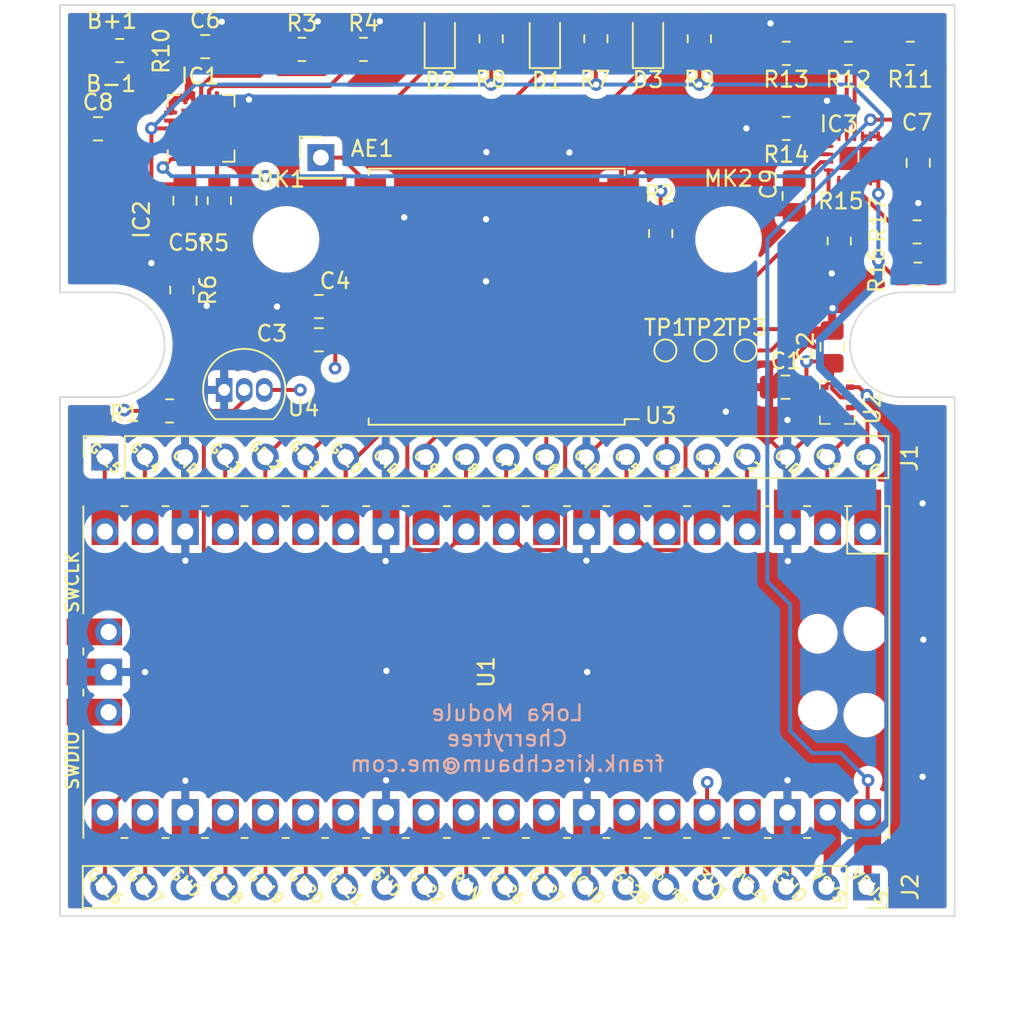
<source format=kicad_pcb>
(kicad_pcb (version 20211014) (generator pcbnew)
  (title_block (title "Raspberry Pi Pico LoRa Node") (date "2022-01-29") (rev "1.1") (company "Cherrytree") (comment 1 "Frank Kirschbaum, Hohenheimer Straße 71A, 70184 Stuttgart") (comment 4 "AISLER Project ID: JIEXEYEN"))
  (layers (0 "F.Cu" signal) (1 "In1.Cu" power "GND") (2 "In2.Cu" power "+3V3") (31 "B.Cu" signal) (34 "B.Paste" user) (35 "F.Paste" user) (36 "B.SilkS" user "B.Silkscreen") (37 "F.SilkS" user "F.Silkscreen") (38 "B.Mask" user) (39 "F.Mask" user) (44 "Edge.Cuts" user))
  (net 0 "")
  (net 1 "Net-(MK1-Pad1)")
  (net 2 "Net-(MK2-Pad1)")
  (net 3 "Net-(AE1-Pad1)")
  (net 4 "+3V3")
  (net 5 "GND")
  (net 6 "Net-(D1-Pad1)")
  (net 7 "Net-(D1-Pad2)")
  (net 8 "Net-(D2-Pad1)")
  (net 9 "Net-(D2-Pad2)")
  (net 10 "Net-(D3-Pad1)")
  (net 11 "Net-(D3-Pad2)")
  (net 12 "/V_BUS")
  (net 13 "Net-(IC1-Pad5)")
  (net 14 "Net-(IC1-Pad12)")
  (net 15 "Net-(IC1-Pad13)")
  (net 16 "/accu_power_supply/V_BAT")
  (net 17 "Net-(IC3-Pad1)")
  (net 18 "Net-(IC3-Pad2)")
  (net 19 "Net-(IC3-Pad3)")
  (net 20 "/V_SYS")
  (net 21 "Net-(IC3-Pad15)")
  (net 22 "Net-(IC3-Pad14)")
  (net 23 "Net-(IC3-Pad20)")
  (net 24 "Net-(IC3-Pad19)")
  (net 25 "Net-(IC3-Pad17)")
  (net 26 "Net-(J1-Pad1)")
  (net 27 "Net-(J1-Pad2)")
  (net 28 "Net-(J1-Pad4)")
  (net 29 "/GPIO12")
  (net 30 "/GPIO11")
  (net 31 "/GPIO10")
  (net 32 "/GPIO9")
  (net 33 "/GPIO8")
  (net 34 "/GPIO7")
  (net 35 "/GPIO6")
  (net 36 "/GPIO5")
  (net 37 "/GPIO4")
  (net 38 "Net-(J1-Pad16)")
  (net 39 "Net-(J1-Pad17)")
  (net 40 "/SCL")
  (net 41 "/SDA")
  (net 42 "Net-(J2-Pad4)")
  (net 43 "Net-(J2-Pad6)")
  (net 44 "Net-(J2-Pad7)")
  (net 45 "Net-(J2-Pad9)")
  (net 46 "Net-(J2-Pad10)")
  (net 47 "Net-(J2-Pad11)")
  (net 48 "Net-(J2-Pad12)")
  (net 49 "Net-(J2-Pad14)")
  (net 50 "Net-(J2-Pad15)")
  (net 51 "Net-(J2-Pad16)")
  (net 52 "Net-(J2-Pad17)")
  (net 53 "Net-(J2-Pad19)")
  (net 54 "/GPIO16")
  (net 59 "Net-(B-1-Pad1)")
  (net 60 "Net-(C7-Pad1)")
  (net 61 "Net-(C8-Pad2)")
  (net 62 "Net-(C9-Pad1)")
  (footprint "Mounting_Holes:MountingHole_3.2mm_M3_ISO7380" (layer "F.Cu") (at 87.695 96.647)
    (fp_text reference "MK1")
    (fp_text value "Mounting_Hole")
  )
  (footprint "Mounting_Holes:MountingHole_3.2mm_M3_ISO7380" (layer "F.Cu") (at 115.695 96.647)
    (fp_text reference "MK2")
    (fp_text value "Mounting_Hole")
  )
  (footprint "LED_SMD:LED_0805_2012Metric_Pad1.15x1.40mm_HandSolder" (layer "F.Cu") (at 110.6 83.95 90)
    (fp_text reference "D3")
    (fp_text value "LED")
  )
  (footprint "Resistor_SMD:R_0805_2012Metric_Pad1.20x1.40mm_HandSolder" (layer "F.Cu") (at 119.35 89.625 180)
    (fp_text reference "R14")
    (fp_text value "47K")
  )
  (footprint "Resistor_SMD:R_0805_2012Metric_Pad1.20x1.40mm_HandSolder" (layer "F.Cu") (at 127.625 96.175)
    (fp_text reference "R17")
    (fp_text value "220k")
  )
  (footprint "Resistor_SMD:R_0805_2012Metric_Pad1.20x1.40mm_HandSolder" (layer "F.Cu") (at 100.675 83.95 -90)
    (fp_text reference "R8")
    (fp_text value "470R")
  )
  (footprint "Connector_Wire:SolderWirePad_1x01_SMD_1x2mm" (layer "F.Cu") (at 74.475 83.325)
    (fp_text reference "B+1")
    (fp_text value "B+")
  )
  (footprint "Resistor_SMD:R_0805_2012Metric_Pad1.20x1.40mm_HandSolder" (layer "F.Cu") (at 80.325 107.5)
    (fp_text reference "R1")
    (fp_text value "10k")
  )
  (footprint "TI_WQFN_20_EP_2.8x3.8:TI_WQFN_20_EP" (layer "F.Cu") (at 123.925 91.525)
    (fp_text reference "IC3")
    (fp_text value "TPS25940x")
  )
  (footprint "LED_SMD:LED_0805_2012Metric_Pad1.15x1.40mm_HandSolder" (layer "F.Cu") (at 97.425 83.95 90)
    (fp_text reference "D2")
    (fp_text value "LED")
  )
  (footprint "Package_TO_SOT_THT:TO-92_Inline" (layer "F.Cu") (at 83.78 106.175)
    (fp_text reference "U4")
    (fp_text value "DS18B20")
  )
  (footprint "Connector_PinSocket_2.54mm:PinSocket_1x20_P2.54mm_Vertical" (layer "F.Cu") (at 124.425 137.625 -90)
    (fp_text reference "J2")
    (fp_text value "Conn")
  )
  (footprint "Capacitor_SMD:C_0805_2012Metric_Pad1.18x1.45mm_HandSolder" (layer "F.Cu") (at 119.85 93.9 -90)
    (fp_text reference "C9")
    (fp_text value "1n5")
  )
  (footprint "TestPoint:TestPoint_Pad_D1.0mm" (layer "F.Cu") (at 114.2375 103.675)
    (fp_text reference "TP2")
    (fp_text value "TP")
  )
  (footprint "Resistor_SMD:R_0805_2012Metric_Pad1.20x1.40mm_HandSolder" (layer "F.Cu") (at 127.675 98.85)
    (fp_text reference "R16")
    (fp_text value "470k")
  )
  (footprint "Resistor_SMD:R_0805_2012Metric_Pad1.20x1.40mm_HandSolder" (layer "F.Cu") (at 122.7 96.75 90)
    (fp_text reference "R15")
    (fp_text value "10k")
  )
  (footprint "Capacitor_SMD:C_0805_2012Metric_Pad1.18x1.45mm_HandSolder" (layer "F.Cu") (at 89.775 103)
    (fp_text reference "C3")
    (fp_text value "4u7")
  )
  (footprint "Resistor_SMD:R_0805_2012Metric_Pad1.20x1.40mm_HandSolder" (layer "F.Cu") (at 123.275 84.875 180)
    (fp_text reference "R12")
    (fp_text value "27K2")
  )
  (footprint "Package_LGA:Bosch_LGA-8_2x2.5mm_P0.65mm_ClockwisePinNumbering" (layer "F.Cu") (at 122.575 106.975 -90)
    (fp_text reference "U2")
    (fp_text value "BMP280")
  )
  (footprint "TestPoint:TestPoint_Pad_D1.0mm" (layer "F.Cu") (at 111.7 103.675)
    (fp_text reference "TP1")
    (fp_text value "TP")
  )
  (footprint "RPi_Pico:RPi_Pico_SMD_TH" (layer "F.Cu") (at 100.37 124.025 -90)
    (fp_text reference "U1")
    (fp_text value "Pico")
  )
  (footprint "Connector_PinHeader_2.54mm:PinHeader_1x01_P2.54mm_Vertical" (layer "F.Cu") (at 89.9 91.475)
    (fp_text reference "AE1")
    (fp_text value "Antenna")
  )
  (footprint "Resistor_SMD:R_0805_2012Metric_Pad1.20x1.40mm_HandSolder" (layer "F.Cu") (at 127.2 84.875 180)
    (fp_text reference "R11")
    (fp_text value "120k")
  )
  (footprint "Capacitor_SMD:C_0805_2012Metric_Pad1.18x1.45mm_HandSolder" (layer "F.Cu") (at 127.7 91.8125 -90)
    (fp_text reference "C7")
    (fp_text value "4u7")
  )
  (footprint "RF_Module:HOPERF_RFM9XW_SMD" (layer "F.Cu") (at 101.025 100.275 180)
    (fp_text reference "U3")
    (fp_text value "RFM95W-868S2")
  )
  (footprint "Resistor_SMD:R_0805_2012Metric_Pad1.20x1.40mm_HandSolder" (layer "F.Cu") (at 111.4 96.275 -90)
    (fp_text reference "R2")
    (fp_text value "4k7")
  )
  (footprint "Resistor_SMD:R_0805_2012Metric_Pad1.20x1.40mm_HandSolder" (layer "F.Cu") (at 119.35 84.875 180)
    (fp_text reference "R13")
    (fp_text value "33K2")
  )
  (footprint "Capacitor_SMD:C_0805_2012Metric_Pad1.18x1.45mm_HandSolder" (layer "F.Cu") (at 82.575 84.45)
    (fp_text reference "C6")
    (fp_text value "4u7")
  )
  (footprint "Resistor_SMD:R_0805_2012Metric_Pad1.20x1.40mm_HandSolder" (layer "F.Cu") (at 83.475 94.2 -90)
    (fp_text reference "R5")
    (fp_text value "10k")
  )
  (footprint "Capacitor_SMD:C_0805_2012Metric_Pad1.18x1.45mm_HandSolder" (layer "F.Cu") (at 122.25 103.45 90)
    (fp_text reference "C2")
    (fp_text value "1n")
  )
  (footprint "TestPoint:TestPoint_Pad_D1.0mm" (layer "F.Cu") (at 116.775 103.675)
    (fp_text reference "TP3")
    (fp_text value "TP")
  )
  (footprint "Capacitor_SMD:C_0805_2012Metric_Pad1.18x1.45mm_HandSolder" (layer "F.Cu") (at 81.3 94.2 -90)
    (fp_text reference "C5")
    (fp_text value "10u")
  )
  (footprint "Resistor_SMD:R_0805_2012Metric_Pad1.20x1.40mm_HandSolder" (layer "F.Cu") (at 88.7 84.625)
    (fp_text reference "R3")
    (fp_text value "1k")
  )
  (footprint "Resistor_SMD:R_0805_2012Metric_Pad1.20x1.40mm_HandSolder" (layer "F.Cu") (at 92.6 84.625)
    (fp_text reference "R4")
    (fp_text value "100k")
  )
  (footprint "Connector_Wire:SolderWirePad_1x01_SMD_1x2mm" (layer "F.Cu") (at 74.475 86.1)
    (fp_text reference "B-1")
    (fp_text value "B-")
  )
  (footprint "Capacitor_SMD:C_0805_2012Metric_Pad1.18x1.45mm_HandSolder" (layer "F.Cu") (at 75.8 89.65)
    (fp_text reference "C8")
    (fp_text value "100n")
  )
  (footprint "Capacitor_SMD:C_0805_2012Metric_Pad1.18x1.45mm_HandSolder" (layer "F.Cu") (at 89.775 100.9)
    (fp_text reference "C4")
    (fp_text value "100n")
  )
  (footprint "Connector_PinSocket_2.54mm:PinSocket_1x20_P2.54mm_Vertical" (layer "F.Cu") (at 76.225 110.425 90)
    (fp_text reference "J1")
    (fp_text value "Conn")
  )
  (footprint "Package_DFN_QFN:QFN-20-1EP_4x4mm_P0.5mm_EP2.5x2.5mm" (layer "F.Cu") (at 82.325 89.625 90)
    (fp_text reference "IC1")
    (fp_text value "MCP73871")
  )
  (footprint "Resistor_SMD:R_0805_2012Metric_Pad1.20x1.40mm_HandSolder" (layer "F.Cu") (at 113.85 83.95 -90)
    (fp_text reference "R9")
    (fp_text value "470R")
  )
  (footprint "Capacitor_SMD:C_0805_2012Metric_Pad1.18x1.45mm_HandSolder" (layer "F.Cu") (at 119.3 106 180)
    (fp_text reference "C1")
    (fp_text value "220n")
  )
  (footprint "Resistor_SMD:R_0805_2012Metric_Pad1.20x1.40mm_HandSolder" (layer "F.Cu") (at 81.1 99.85 -90)
    (fp_text reference "R6")
    (fp_text value "100k")
  )
  (footprint "LED_SMD:LED_0805_2012Metric_Pad1.15x1.40mm_HandSolder" (layer "F.Cu") (at 104.075 83.95 90)
    (fp_text reference "D1")
    (fp_text value "LED")
  )
  (footprint "Resistor_SMD:R_0805_2012Metric_Pad1.20x1.40mm_HandSolder" (layer "F.Cu") (at 107.3 83.95 -90)
    (fp_text reference "R7")
    (fp_text value "470R")
  )
  (footprint "Resistor_SMD:R_0805_2012Metric_Pad1.20x1.40mm_HandSolder" (layer "F.Cu") (at 77.175 84.7 180)
    (fp_text reference "R10")
    (fp_text value "1k")
  )
  (footprint "XB8089D:XB8089D" (layer "F.Cu") (at 75.98 95.45)
    (fp_text reference "IC2")
    (fp_text value "XB8089D")
  )
  (gr_arc locked (start 126.695 106.63) (mid 123.38 103.315) (end 126.695 100) (layer "Edge.Cuts") (width 0.1))
  (gr_line locked (start 73.39 81.817) (end 73.39 100) (layer "Edge.Cuts") (width 0.1))
  (gr_line locked (start 76.695 106.63) (end 73.39 106.63) (layer "Edge.Cuts") (width 0.1))
  (gr_line locked (start 126.695 100) (end 130 100) (layer "Edge.Cuts") (width 0.1))
  (gr_line locked (start 73.39 106.63) (end 73.39 139.477) (layer "Edge.Cuts") (width 0.1))
  (gr_arc locked (start 76.695 100) (mid 80.01 103.315) (end 76.695 106.63) (layer "Edge.Cuts") (width 0.1))
  (gr_line locked (start 130 81.817) (end 73.39 81.817) (layer "Edge.Cuts") (width 0.1))
  (gr_line locked (start 130 100) (end 130 81.817) (layer "Edge.Cuts") (width 0.1))
  (gr_line locked (start 130 139.477) (end 130 106.63) (layer "Edge.Cuts") (width 0.1))
  (gr_line locked (start 130 106.63) (end 126.695 106.63) (layer "Edge.Cuts") (width 0.1))
  (gr_line locked (start 73.39 100) (end 76.695 100) (layer "Edge.Cuts") (width 0.1))
  (gr_line locked (start 73.39 139.477) (end 130 139.477) (layer "Edge.Cuts") (width 0.1))
  (gr_text "LoRa Module\nCherrytree\nfrank.kirschbaum@me.com" (at 101.6875 128.22) (layer "B.SilkS") (effects (font (size 1 1)) (justify mirror)))
  (segment (start 89.9 91.475) (end 91.225 91.475) (width 0.25) (layer "F.Cu") (net 3))
  (segment (start 91.225 91.475) (end 93.025 93.275) (width 0.25) (layer "F.Cu") (net 3))
  (segment (start 91.3 103) (end 93.025 101.275) (width 0.25) (layer "F.Cu") (net 4))
  (segment (start 114.34 131.011013) (end 114.351024 130.999989) (width 0.25) (layer "F.Cu") (net 4))
  (segment (start 122.25 104.4875) (end 122.25 106.1) (width 0.25) (layer "F.Cu") (net 4))
  (segment (start 111.4 93.625) (end 111.425 93.6) (width 0.25) (layer "F.Cu") (net 4))
  (segment (start 122.25 106.1) (end 122.8 106.65) (width 0.25) (layer "F.Cu") (net 4))
  (segment (start 120.625 104.375) (end 122.1375 104.375) (width 0.25) (layer "F.Cu") (net 4))
  (segment (start 111.4 95.275) (end 111.4 93.625) (width 0.25) (layer "F.Cu") (net 4))
  (segment (start 120.3375 106.286522) (end 121.350978 107.3) (width 0.25) (layer "F.Cu") (net 4))
  (segment (start 90.8125 104.7875) (end 90.8 104.8) (width 0.25) (layer "F.Cu") (net 4))
  (segment (start 120.3375 106) (end 120.3375 106.286522) (width 0.25) (layer "F.Cu") (net 4))
  (segment (start 114.34 137.55) (end 114.265 137.625) (width 0.5) (layer "F.Cu") (net 4))
  (segment (start 120.3375 106) (end 121.775 106) (width 0.25) (layer "F.Cu") (net 4))
  (segment (start 92.65 100.9) (end 93.025 101.275) (width 0.25) (layer "F.Cu") (net 4))
  (segment (start 79.325 107.5) (end 77.525 107.5) (width 0.25) (layer "F.Cu") (net 4))
  (segment (start 114.34 132.915) (end 114.34 131.011013) (width 0.25) (layer "F.Cu") (net 4))
  (segment (start 77.525 107.5) (end 77.475 107.45) (width 0.25) (layer "F.Cu") (net 4))
  (segment (start 122.1375 104.375) (end 122.25 104.4875) (width 0.25) (layer "F.Cu") (net 4))
  (segment (start 121.350978 107.3) (end 121.775 107.3) (width 0.25) (layer "F.Cu") (net 4))
  (segment (start 120.625 104.375) (end 120.625 105.7125) (width 0.25) (layer "F.Cu") (net 4))
  (segment (start 90.8125 103) (end 90.8125 104.7875) (width 0.25) (layer "F.Cu") (net 4))
  (segment (start 90.8125 103) (end 91.3 103) (width 0.25) (layer "F.Cu") (net 4))
  (segment (start 122.25 104.4875) (end 122.25 105.525) (width 0.25) (layer "F.Cu") (net 4))
  (segment (start 90.8125 100.9) (end 92.65 100.9) (width 0.25) (layer "F.Cu") (net 4))
  (segment (start 86.32 106.175) (end 88.6 106.175) (width 0.25) (layer "F.Cu") (net 4))
  (segment (start 122.8 106.65) (end 123.375 106.65) (width 0.25) (layer "F.Cu") (net 4))
  (segment (start 114.34 132.915) (end 114.34 137.55) (width 0.5) (layer "F.Cu") (net 4))
  (segment (start 122.25 105.525) (end 121.775 106) (width 0.25) (layer "F.Cu") (net 4))
  (segment (start 120.625 105.7125) (end 120.3375 106) (width 0.25) (layer "F.Cu") (net 4))
  (via (at 111.425 93.6) (size 0.8) (drill 0.4) (layers "F.Cu" "B.Cu") (net 4))
  (via (at 77.475 107.45) (size 0.8) (drill 0.4) (layers "F.Cu" "B.Cu") (net 4))
  (via (at 114.351024 130.999989) (size 0.8) (drill 0.4) (layers "F.Cu" "B.Cu") (net 4))
  (via (at 120.625 104.375) (size 0.8) (drill 0.4) (layers "F.Cu" "B.Cu") (net 4))
  (via (at 88.6 106.175) (size 0.8) (drill 0.4) (layers "F.Cu" "B.Cu") (net 4))
  (via (at 90.8 104.8) (size 0.8) (drill 0.4) (layers "F.Cu" "B.Cu") (net 4))
  (segment (start 94.02 110.44) (end 94.005 110.425) (width 0.5) (layer "F.Cu") (net 5))
  (segment (start 84.525 88.625) (end 85.35 87.8) (width 0.25) (layer "F.Cu") (net 5))
  (segment (start 77.975 98.15) (end 80.675 100.85) (width 0.25) (layer "F.Cu") (net 5))
  (segment (start 122.7 98.325) (end 122.225 98.8) (width 0.25) (layer "F.Cu") (net 5))
  (segment (start 121.562886 102.4125) (end 122.25 102.4125) (width 0.25) (layer "F.Cu") (net 5))
  (segment (start 106.72 115.135) (end 106.72 116.955) (width 0.25) (layer "F.Cu") (net 5))
  (segment (start 74.225 98.15) (end 75.475 98.15) (width 0.25) (layer "F.Cu") (net 5))
  (segment (start 83.78 103.53) (end 83.78 106.175) (width 0.25) (layer "F.Cu") (net 5))
  (segment (start 81.1 100.85) (end 83.78 103.53) (width 0.25) (layer "F.Cu") (net 5))
  (segment (start 119.42 130.88) (end 119.425 130.875) (width 0.25) (layer "F.Cu") (net 5))
  (segment (start 119.42 110.44) (end 119.405 110.425) (width 0.5) (layer "F.Cu") (net 5))
  (segment (start 109.025 107.275) (end 109.025 108.105) (width 0.25) (layer "F.Cu") (net 5))
  (segment (start 127.7 95.25) (end 128.625 96.175) (width 0.25) (layer "F.Cu") (net 5))
  (segment (start 83.475 95.55) (end 82.4 96.625) (width 0.25) (layer "F.Cu") (net 5))
  (segment (start 119.42 116.97) (end 119.45 117) (width 0.25) (layer "F.Cu") (net 5))
  (segment (start 112.675 89.625) (end 116.825 89.625) (width 0.25) (layer "F.Cu") (net 5))
  (segment (start 118.35 89.625) (end 116.825 89.625) (width 0.25) (layer "F.Cu") (net 5))
  (segment (start 122.275 102.3875) (end 122.25 102.4125) (width 0.25) (layer "F.Cu") (net 5))
  (segment (start 119.42 132.915) (end 119.42 130.88) (width 0.25) (layer "F.Cu") (net 5))
  (segment (start 84.2625 88.625) (end 84.525 88.625) (width 0.25) (layer "F.Cu") (net 5))
  (segment (start 88.7375 100.9) (end 87.125 100.9) (width 0.25) (layer "F.Cu") (net 5))
  (segment (start 83.6125 82.8875) (end 83.625 82.875) (width 0.25) (layer "F.Cu") (net 5))
  (segment (start 80.675 100.85) (end 81.1 100.85) (width 0.25) (layer "F.Cu") (net 5))
  (segment (start 127.7 94.35) (end 127.7 95.25) (width 0.25) (layer "F.Cu") (net 5))
  (segment (start 106.72 130.905) (end 106.75 130.875) (width 0.25) (layer "F.Cu") (net 5))
  (segment (start 124.45 106.5) (end 123.95 106) (width 0.25) (layer "F.Cu") (net 5))
  (segment (start 83.325 87.6875) (end 85.2375 87.6875) (width 0.25) (layer "F.Cu") (net 5))
  (segment (start 81.3 95.525) (end 82.4 96.625) (width 0.25) (layer "F.Cu") (net 5))
  (segment (start 122.675 88.625) (end 121.925 87.875) (width 0.25) (layer "F.Cu") (net 5))
  (segment (start 106.72 115.135) (end 106.72 110.44) (width 0.5) (layer "F.Cu") (net 5))
  (segment (start 81.32 130.905) (end 81.325 130.9) (width 0.25) (layer "F.Cu") (net 5))
  (segment (start 84.2625 88.625) (end 83.325 88.625) (width 0.25) (layer "F.Cu") (net 5))
  (segment (start 122.675 90.125) (end 122.675 88.625) (width 0.25) (layer "F.Cu") (net 5))
  (segment (start 121.925489 106.499511) (end 122.013793 106.499511) (width 0.25) (layer "F.Cu") (net 5))
  (segment (start 83.475 95.2) (end 83.475 95.55) (width 0.25) (layer "F.Cu") (net 5))
  (segment (start 121.775 106.65) (end 121.925489 106.499511) (width 0.25) (layer "F.Cu") (net 5))
  (segment (start 123.95 106) (end 123.375 106) (width 0.25) (layer "F.Cu") (net 5))
  (segment (start 77.975 98.15) (end 79.175 98.15) (width 0.25) (layer "F.Cu") (net 5))
  (segment (start 109.025 108.105) (end 106.705 110.425) (width 0.25) (layer "F.Cu") (net 5))
  (segment (start 94.02 132.915) (end 94.02 130.88) (width 0.25) (layer "F.Cu") (net 5))
  (segment (start 106.72 132.915) (end 106.72 137.55) (width 0.5) (layer "F.Cu") (net 5))
  (segment (start 82.825 89.125) (end 82.325 89.625) (width 0.25) (layer "F.Cu") (net 5))
  (segment (start 81.32 132.915) (end 81.32 137.55) (width 0.5) (layer "F.Cu") (net 5))
  (segment (start 119.42 132.915) (end 119.42 137.55) (width 0.5) (layer "F.Cu") (net 5))
  (segment (start 84.2625 89.125) (end 82.825 89.125) (width 0.25) (layer "F.Cu") (net 5))
  (segment (start 94.02 115.135) (end 94.02 110.44) (width 0.5) (layer "F.Cu") (net 5))
  (segment (start 94.02 115.135) (end 94.02 116.98) (width 0.25) (layer "F.Cu") (net 5))
  (segment (start 81.32 110.44) (end 81.305 110.425) (width 0.5) (layer "F.Cu") (net 5))
  (segment (start 93.6 82.875) (end 93.625 82.85) (width 0.25) (layer "F.Cu") (net 5))
  (segment (start 93.6 84.625) (end 93.6 82.875) (width 0.25) (layer "F.Cu") (net 5))
  (segment (start 121.775 108.055) (end 119.405 110.425) (width 0.25) (layer "F.Cu") (net 5))
  (segment (start 76.47 124.025) (end 78.775 124.025) (width 0.25) (layer "F.Cu") (net 5))
  (segment (start 109.025 93.275) (end 112.675 89.625) (width 0.25) (layer "F.Cu") (net 5))
  (segment (start 81.32 137.55) (end 81.245 137.625) (width 0.5) (layer "F.Cu") (net 5))
  (segment (start 106.72 116.955) (end 106.7 116.975) (width 0.25) (layer "F.Cu") (net 5))
  (segment (start 118.2625 106) (end 118.2625 109.2825) (width 0.25) (layer "F.Cu") (net 5))
  (segment (start 118.35 93.4375) (end 119.85 94.9375) (width 0.25) (layer "F.Cu") (net 5))
  (segment (start 81.1 100.85) (end 82.675 100.85) (width 0.25) (layer "F.Cu") (net 5))
  (segment (start 81.32 116.97) (end 81.325 116.975) (width 0.25) (layer "F.Cu") (net 5))
  (segment (start 122.275 101) (end 122.275 102.3875) (width 0.25) (layer "F.Cu") (net 5))
  (segment (start 85.2375 87.6875) (end 85.35 87.8) (width 0.25) (layer "F.Cu") (net 5))
  (segment (start 122.5 107.525) (end 122.075 107.95) (width 0.25) (layer "F.Cu") (net 5))
  (segment (start 119.42 115.135) (end 119.42 110.44) (width 0.5) (layer "F.Cu") (net 5))
  (segment (start 94.02 116.98) (end 94 117) (width 0.25) (layer "F.Cu") (net 5))
  (segment (start 83.325 88.625) (end 82.325 89.625) (width 0.25) (layer "F.Cu") (net 5))
  (segment (start 81.32 132.915) (end 81.32 130.905) (width 0.25) (layer "F.Cu") (net 5))
  (segment (start 122.013793 106.499511) (end 122.5 106.985718) (width 0.25) (layer "F.Cu") (net 5))
  (segment (start 83.6125 84.45) (end 83.6125 82.8875) (width 0.25) (layer "F.Cu") (net 5))
  (segment (start 75.475 98.15) (end 76.725 98.15) (width 0.25) (layer "F.Cu") (net 5))
  (segment (start 122.5 106.985718) (end 122.5 107.525) (width 0.25) (layer "F.Cu") (net 5))
  (segment (start 93.025 95.275) (end 95.15 95.275) (width 0.25) (layer "F.Cu") (net 5))
  (segment (start 106.72 137.55) (end 106.645 137.625) (width 0.5) (layer "F.Cu") (net 5))
  (segment (start 121.775 107.95) (end 121.775 108.055) (width 0.25) (layer "F.Cu") (net 5))
  (segment (start 88.7375 100.9) (end 88.7375 103) (width 0.25) (layer "F.Cu") (net 5))
  (segment (start 118.2625 105.712886) (end 121.562886 102.4125) (width 0.25) (layer "F.Cu") (net 5))
  (segment (start 106.72 110.44) (end 106.705 110.425) (width 0.5) (layer "F.Cu") (net 5))
  (segment (start 122.7 97.75) (end 122.7 98.325) (width 0.25) (layer "F.Cu") (net 5))
  (segment (start 118.2625 109.2825) (end 119.405 110.425) (width 0.25) (layer "F.Cu") (net 5))
  (segment (start 94.02 130.88) (end 94.025 130.875) (width 0.25) (layer "F.Cu") (net 5))
  (segment (start 81.32 115.135) (end 81.32 116.97) (width 0.25) (layer "F.Cu") (net 5))
  (segment (start 88.7375 102.5125) (end 87.125 100.9) (width 0.25) (layer "F.Cu") (net 5))
  (segment (start 84.2625 89.125) (end 84.2625 88.625) (width 0.25) (layer "F.Cu") (net 5))
  (segment (start 76.725 98.15) (end 77.975 98.15) (width 0.25) (layer "F.Cu") (net 5))
  (segment (start 89.7 84.625) (end 89.7 82.85) (width 0.25) (layer "F.Cu") (net 5))
  (segment (start 122.075 107.95) (end 121.775 107.95) (width 0.25) (layer "F.Cu") (net 5))
  (segment (start 119.42 115.135) (end 119.42 116.97) (width 0.25) (layer "F.Cu") (net 5))
  (segment (start 94.02 137.55) (end 93.945 137.625) (width 0.5) (layer "F.Cu") (net 5))
  (segment (start 118.2625 106) (end 118.2625 105.712886) (width 0.25) (layer "F.Cu") (net 5))
  (segment (start 118.35 84.875) (end 118.35 89.625) (width 0.25) (layer "F.Cu") (net 5))
  (segment (start 94.02 132.915) (end 94.02 137.55) (width 0.5) (layer "F.Cu") (net 5))
  (segment (start 95.15 95.275) (end 95.175 95.25) (width 0.25) (layer "F.Cu") (net 5))
  (segment (start 127.7 92.85) (end 127.7 94.35) (width 0.25) (layer "F.Cu") (net 5))
  (segment (start 83.325 87.6875) (end 83.325 88.625) (width 0.25) (layer "F.Cu") (net 5))
  (segment (start 81.32 115.135) (end 81.32 110.44) (width 0.5) (layer "F.Cu") (net 5))
  (segment (start 106.72 132.915) (end 106.72 130.905) (width 0.25) (layer "F.Cu") (net 5))
  (segment (start 119.42 137.55) (end 119.345 137.625) (width 0.5) (layer "F.Cu") (net 5))
  (segment (start 88.7375 103) (end 88.7375 102.5125) (width 0.25) (layer "F.Cu") (net 5))
  (segment (start 118.35 89.625) (end 118.35 93.4375) (width 0.25) (layer "F.Cu") (net 5))
  (segment (start 81.3 95.2375) (end 81.3 95.525) (width 0.25) (layer "F.Cu") (net 5))
  (via (at 118.35 82.975) (size 0.8) (drill 0.4) (layers "F.Cu" "B.Cu") (net 5))
  (via (at 95.175 95.25) (size 0.8) (drill 0.4) (layers "F.Cu" "B.Cu") (net 5))
  (via (at 105.625 91.15) (size 0.8) (drill 0.4) (layers "F.Cu" "B.Cu") (net 5))
  (via (at 94.05 123.95) (size 0.8) (drill 0.4) (layers "F.Cu" "B.Cu") (net 5))
  (via (at 83.625 82.875) (size 0.8) (drill 0.4) (layers "F.Cu" "B.Cu") (net 5))
  (via (at 119.425 108.075) (size 0.8) (drill 0.4) (layers "F.Cu" "B.Cu") (net 5))
  (via (at 87.125 100.9) (size 0.8) (drill 0.4) (layers "F.Cu" "B.Cu") (net 5))
  (via (at 119.425 130.875) (size 0.8) (drill 0.4) (layers "F.Cu" "B.Cu") (net 5))
  (via (at 106.7 116.975) (size 0.8) (drill 0.4) (layers "F.Cu" "B.Cu") (net 5))
  (via (at 82.4 96.625) (size 0.8) (drill 0.4) (layers "F.Cu" "B.Cu") (net 5))
  (via (at 93.625 82.85) (size 0.8) (drill 0.4) (layers "F.Cu" "B.Cu") (net 5))
  (via (at 128.025 121.975) (size 0.8) (drill 0.4) (layers "F.Cu" "B.Cu") (net 5))
  (via (at 100.375 91.125) (size 0.8) (drill 0.4) (layers "F.Cu" "B.Cu") (net 5))
  (via (at 127.975 130.65) (size 0.8) (drill 0.4) (layers "F.Cu" "B.Cu") (net 5))
  (via (at 127.7 94.35) (size 0.8) (drill 0.4) (layers "F.Cu" "B.Cu") (net 5))
  (via (at 100.35 99.3) (size 0.8) (drill 0.4) (layers "F.Cu" "B.Cu") (net 5))
  (via (at 94 117) (size 0.8) (drill 0.4) (layers "F.Cu" "B.Cu") (net 5))
  (via (at 122.225 98.8) (size 0.8) (drill 0.4) (layers "F.Cu" "B.Cu") (net 5))
  (via (at 116.825 89.625) (size 0.8) (drill 0.4) (layers "F.Cu" "B.Cu") (net 5))
  (via (at 119.45 117) (size 0.8) (drill 0.4) (layers "F.Cu" "B.Cu") (net 5))
  (via (at 79.175 98.15) (size 0.8) (drill 0.4) (layers "F.Cu" "B.Cu") (net 5))
  (via (at 115.525 107.55) (size 0.8) (drill 0.4) (layers "F.Cu" "B.Cu") (net 5))
  (via (at 106.75 124.025) (size 0.8) (drill 0.4) (layers "F.Cu" "B.Cu") (net 5))
  (via (at 78.775 124.025) (size 0.8) (drill 0.4) (layers "F.Cu" "B.Cu") (net 5))
  (via (at 121.925 87.875) (size 0.8) (drill 0.4) (layers "F.Cu" "B.Cu") (net 5))
  (via (at 100.35 95.375) (size 0.8) (drill 0.4) (layers "F.Cu" "B.Cu") (net 5))
  (via (at 124.45 106.5) (size 0.8) (drill 0.4) (layers "F.Cu" "B.Cu") (net 5))
  (via (at 81.325 116.975) (size 0.8) (drill 0.4) (layers "F.Cu" "B.Cu") (net 5))
  (via (at 94.025 130.875) (size 0.8) (drill 0.4) (layers "F.Cu" "B.Cu") (net 5))
  (via (at 85.35 87.8) (size 0.8) (drill 0.4) (layers "F.Cu" "B.Cu") (net 5))
  (via (at 106.75 130.875) (size 0.8) (drill 0.4) (layers "F.Cu" "B.Cu") (net 5))
  (via (at 122.275 101) (size 0.8) (drill 0.4) (layers "F.Cu" "B.Cu") (net 5))
  (via (at 127.975 113.35) (size 0.8) (drill 0.4) (layers "F.Cu" "B.Cu") (net 5))
  (via (at 89.7 82.85) (size 0.8) (drill 0.4) (layers "F.Cu" "B.Cu") (net 5))
  (via (at 81.325 130.9) (size 0.8) (drill 0.4) (layers "F.Cu" "B.Cu") (net 5))
  (via (at 82.675 100.85) (size 0.8) (drill 0.4) (layers "F.Cu" "B.Cu") (net 5))
  (segment (start 81.32 130.905) (end 81.325 130.9) (width 0.25) (layer "B.Cu") (net 5))
  (segment (start 101.775 88.1) (end 104.075 85.8) (width 0.25) (layer "F.Cu") (net 6))
  (segment (start 86.275 90.125) (end 88.3 88.1) (width 0.25) (layer "F.Cu") (net 6))
  (segment (start 84.2625 90.125) (end 86.275 90.125) (width 0.25) (layer "F.Cu") (net 6))
  (segment (start 104.075 85.8) (end 104.075 84.975) (width 0.25) (layer "F.Cu") (net 6))
  (segment (start 88.3 88.1) (end 101.775 88.1) (width 0.25) (layer "F.Cu") (net 6))
  (segment (start 104.075 82.925) (end 107.275 82.925) (width 0.25) (layer "F.Cu") (net 7))
  (segment (start 107.275 82.925) (end 107.3 82.95) (width 0.25) (layer "F.Cu") (net 7))
  (segment (start 97.425 84.975) (end 94.775 87.625) (width 0.25) (layer "F.Cu") (net 8))
  (segment (start 86.025 89.625) (end 84.2625 89.625) (width 0.25) (layer "F.Cu") (net 8))
  (segment (start 88.025 87.625) (end 86.025 89.625) (width 0.25) (layer "F.Cu") (net 8))
  (segment (start 94.775 87.625) (end 88.025 87.625) (width 0.25) (layer "F.Cu") (net 8))
  (segment (start 100.65 82.925) (end 100.675 82.95) (width 0.25) (layer "F.Cu") (net 9))
  (segment (start 97.425 82.925) (end 100.65 82.925) (width 0.25) (layer "F.Cu") (net 9))
  (segment (start 110.6 85.55) (end 110.6 84.975) (width 0.25) (layer "F.Cu") (net 10))
  (segment (start 88.525 88.575) (end 107.575 88.575) (width 0.25) (layer "F.Cu") (net 10))
  (segment (start 107.575 88.575) (end 110.6 85.55) (width 0.25) (layer "F.Cu") (net 10))
  (segment (start 86.475 90.625) (end 88.525 88.575) (width 0.25) (layer "F.Cu") (net 10))
  (segment (start 84.2625 90.625) (end 86.475 90.625) (width 0.25) (layer "F.Cu") (net 10))
  (segment (start 113.825 82.925) (end 113.85 82.95) (width 0.25) (layer "F.Cu") (net 11))
  (segment (start 110.6 82.925) (end 113.825 82.925) (width 0.25) (layer "F.Cu") (net 11))
  (segment (start 81.825 91.5625) (end 81.825 92.6375) (width 0.25) (layer "F.Cu") (net 12))
  (segment (start 107.3 86.825) (end 107.325 86.85) (width 0.25) (layer "F.Cu") (net 12))
  (segment (start 124.5 130.9) (end 124.525 130.875) (width 0.25) (layer "F.Cu") (net 12))
  (segment (start 124.5 132.915) (end 124.5 130.9) (width 0.25) (layer "F.Cu") (net 12))
  (segment (start 79.175 93.05) (end 79.175 89.625) (width 0.25) (layer "F.Cu") (net 12))
  (segment (start 80.25048 94.21202) (end 81.3 93.1625) (width 0.25) (layer "F.Cu") (net 12))
  (segment (start 80.3875 89.625) (end 80.3875 90.125) (width 0.25) (layer "F.Cu") (net 12))
  (segment (start 81.825 91.5625) (end 82.325 91.5625) (width 0.25) (layer "F.Cu") (net 12))
  (segment (start 82.325 91.5625) (end 82.825 91.5625) (width 0.25) (layer "F.Cu") (net 12))
  (segment (start 100.675 84.95) (end 100.675 86.85) (width 0.25) (layer "F.Cu") (net 12))
  (segment (start 80.25048 98.00048) (end 80.25048 94.21202) (width 0.25) (layer "F.Cu") (net 12))
  (segment (start 113.85 84.95) (end 113.85 86.85) (width 0.25) (layer "F.Cu") (net 12))
  (segment (start 124.5 137.55) (end 124.425 137.625) (width 0.5) (layer "F.Cu") (net 12))
  (segment (start 80.3875 89.625) (end 79.175 89.625) (width 0.25) (layer "F.Cu") (net 12))
  (segment (start 107.3 84.95) (end 107.3 86.825) (width 0.25) (layer "F.Cu") (net 12))
  (segment (start 80.3875 89.125) (end 80.3875 89.625) (width 0.25) (layer "F.Cu") (net 12))
  (segment (start 79.2875 93.1625) (end 79.175 93.05) (width 0.25) (layer "F.Cu") (net 12))
  (segment (start 81.3 93.1625) (end 79.2875 93.1625) (width 0.25) (layer "F.Cu") (net 12))
  (segment (start 124.5 132.915) (end 124.5 137.55) (width 0.5) (layer "F.Cu") (net 12))
  (segment (start 81.825 92.6375) (end 81.3 93.1625) (width 0.25) (layer "F.Cu") (net 12))
  (segment (start 81.1 98.85) (end 80.25048 98.00048) (width 0.25) (layer "F.Cu") (net 12))
  (via (at 79.175 89.625) (size 0.8) (drill 0.4) (layers "F.Cu" "B.Cu") (net 12))
  (via (at 100.675 86.85) (size 0.8) (drill 0.4) (layers "F.Cu" "B.Cu") (net 12))
  (via (at 124.525 130.875) (size 0.8) (drill 0.4) (layers "F.Cu" "B.Cu") (net 12))
  (via (at 107.325 86.85) (size 0.8) (drill 0.4) (layers "F.Cu" "B.Cu") (net 12))
  (via (at 113.85 86.85) (size 0.8) (drill 0.4) (layers "F.Cu" "B.Cu") (net 12))
  (segment (start 122.8 129.15) (end 121 129.15) (width 0.25) (layer "B.Cu") (net 12))
  (segment (start 123.474614 86.85) (end 113.85 86.85) (width 0.25) (layer "B.Cu") (net 12))
  (segment (start 79.175 89.625) (end 81.95 86.85) (width 0.25) (layer "B.Cu") (net 12))
  (segment (start 107.325 86.85) (end 113.85 86.85) (width 0.25) (layer "B.Cu") (net 12))
  (segment (start 119.6 119.75) (end 118.15 118.3) (width 0.25) (layer "B.Cu") (net 12))
  (segment (start 124.525 130.875) (end 123.800489 130.150489) (width 0.25) (layer "B.Cu") (net 12))
  (segment (start 121 129.15) (end 119.6 127.75) (width 0.25) (layer "B.Cu") (net 12))
  (segment (start 125.399511 88.774897) (end 123.474614 86.85) (width 0.25) (layer "B.Cu") (net 12))
  (segment (start 123.800489 130.150489) (end 122.8 129.15) (width 0.25) (layer "B.Cu") (net 12))
  (segment (start 119.6 127.75) (end 119.6 119.75) (width 0.25) (layer "B.Cu") (net 12))
  (segment (start 100.675 86.85) (end 107.325 86.85) (width 0.25) (layer "B.Cu") (net 12))
  (segment (start 81.95 86.85) (end 100.675 86.85) (width 0.25) (layer "B.Cu") (net 12))
  (segment (start 118.15 118.3) (end 118.15 96.624614) (width 0.25) (layer "B.Cu") (net 12))
  (segment (start 118.15 96.624614) (end 125.399511 89.375103) (width 0.25) (layer "B.Cu") (net 12))
  (segment (start 125.399511 89.375103) (end 125.399511 88.774897) (width 0.25) (layer "B.Cu") (net 12))
  (segment (start 83.325 93.05) (end 83.475 93.2) (width 0.25) (layer "F.Cu") (net 13))
  (segment (start 83.325 91.5625) (end 83.325 93.05) (width 0.25) (layer "F.Cu") (net 13))
  (segment (start 91.6 85.8) (end 91.6 84.625) (width 0.25) (layer "F.Cu") (net 14))
  (segment (start 83.102672 86.95) (end 90.45 86.95) (width 0.25) (layer "F.Cu") (net 14))
  (segment (start 82.825 87.227672) (end 83.102672 86.95) (width 0.25) (layer "F.Cu") (net 14))
  (segment (start 90.45 86.95) (end 91.6 85.8) (width 0.25) (layer "F.Cu") (net 14))
  (segment (start 82.825 87.6875) (end 82.825 87.227672) (width 0.25) (layer "F.Cu") (net 14))
  (segment (start 82.325 87) (end 83.025 86.3) (width 0.25) (layer "F.Cu") (net 15))
  (segment (start 83.025 86.3) (end 86.025 86.3) (width 0.25) (layer "F.Cu") (net 15))
  (segment (start 82.325 87.6875) (end 82.325 87) (width 0.25) (layer "F.Cu") (net 15))
  (segment (start 86.025 86.3) (end 87.7 84.625) (width 0.25) (layer "F.Cu") (net 15))
  (segment (start 74.8 83.325) (end 76.175 84.7) (width 0.5) (layer "F.Cu") (net 16))
  (segment (start 76.175 84.7) (end 77.38573 83.48927) (width 0.5) (layer "F.Cu") (net 16))
  (segment (start 81.5375 84.45) (end 81.5375 87.475) (width 0.5) (layer "F.Cu") (net 16))
  (segment (start 80.57677 83.48927) (end 81.5375 84.45) (width 0.5) (layer "F.Cu") (net 16))
  (segment (start 81.825 87.6875) (end 81.75 87.6875) (width 0.25) (layer "F.Cu") (net 16))
  (segment (start 81.75 87.6875) (end 81.5375 87.475) (width 0.25) (layer "F.Cu") (net 16))
  (segment (start 74.475 83.325) (end 74.8 83.325) (width 0.5) (layer "F.Cu") (net 16))
  (segment (start 81.5375 87.475) (end 81.325 87.6875) (width 0.5) (layer "F.Cu") (net 16))
  (segment (start 81.325 87.6875) (end 80.863478 87.6875) (width 0.5) (layer "F.Cu") (net 16))
  (segment (start 77.38573 83.48927) (end 80.57677 83.48927) (width 0.5) (layer "F.Cu") (net 16))
  (segment (start 80.3875 88.163478) (end 80.3875 88.55048) (width 0.5) (layer "F.Cu") (net 16))
  (segment (start 80.863478 87.6875) (end 80.3875 88.163478) (width 0.5) (layer "F.Cu") (net 16))
  (segment (start 122.675 95.725) (end 122.675 92.925) (width 0.25) (layer "F.Cu") (net 17))
  (segment (start 122.7 95.75) (end 122.675 95.725) (width 0.25) (layer "F.Cu") (net 17))
  (segment (start 123.72452 94.023542) (end 123.175 93.474022) (width 0.25) (layer "F.Cu") (net 18))
  (segment (start 123.72452 98.337973) (end 123.72452 94.023542) (width 0.25) (layer "F.Cu") (net 18))
  (segment (start 118.387493 103.675) (end 123.72452 98.337973) (width 0.25) (layer "F.Cu") (net 18))
  (segment (start 123.175 93.474022) (end 123.175 92.925) (width 0.25) (layer "F.Cu") (net 18))
  (segment (start 116.775 103.675) (end 118.387493 103.675) (width 0.25) (layer "F.Cu") (net 18))
  (segment (start 126.625 96.175) (end 126.625 96.8) (width 0.25) (layer "F.Cu") (net 19))
  (segment (start 123.675 93.338305) (end 123.675 92.925) (width 0.25) (layer "F.Cu") (net 19))
  (segment (start 126.511695 96.175) (end 123.675 93.338305) (width 0.25) (layer "F.Cu") (net 19))
  (segment (start 126.625 96.175) (end 126.511695 96.175) (width 0.25) (layer "F.Cu") (net 19))
  (segment (start 126.625 96.8) (end 128.675 98.85) (width 0.25) (layer "F.Cu") (net 19))
  (segment (start 125.825 92.26) (end 125.825 91.76) (width 0.25) (layer "F.Cu") (net 20))
  (segment (start 125.175 92.925) (end 125.175 93.775) (width 0.25) (layer "F.Cu") (net 20))
  (segment (start 125.175 92.925) (end 125.175 92.91) (width 0.25) (layer "F.Cu") (net 20))
  (segment (start 126.675 98.85) (end 126 98.85) (width 0.25) (layer "F.Cu") (net 20))
  (segment (start 126 98.85) (end 125.175 98.025) (width 0.25) (layer "F.Cu") (net 20))
  (segment (start 125.175 92.91) (end 125.825 92.26) (width 0.25) (layer "F.Cu") (net 20))
  (segment (start 121.96 137.55) (end 121.885 137.625) (width 0.5) (layer "F.Cu") (net 20))
  (segment (start 121.96 132.915) (end 121.96 137.55) (width 0.5) (layer "F.Cu") (net 20))
  (segment (start 125.175 92.925) (end 124.675 92.925) (width 0.25) (layer "F.Cu") (net 20))
  (segment (start 124.675 92.925) (end 124.175 92.925) (width 0.25) (layer "F.Cu") (net 20))
  (via (at 125.175 98.025) (size 0.8) (drill 0.4) (layers "F.Cu" "B.Cu") (net 20))
  (via (at 125.175 93.775) (size 0.8) (drill 0.4) (layers "F.Cu" "B.Cu") (net 20))
  (segment (start 125.038276 134.214511) (end 125.799511 133.453276) (width 0.5) (layer "B.Cu") (net 20))
  (segment (start 123.961724 134.214511) (end 125.038276 134.214511) (width 0.5) (layer "B.Cu") (net 20))
  (segment (start 123.259511 134.214511) (end 121.96 132.915) (width 0.5) (layer "B.Cu") (net 20))
  (segment (start 121.474511 103.00188) (end 125.175 99.301391) (width 0.5) (layer "B.Cu") (net 20))
  (segment (start 125.799511 133.453276) (end 125.799511 109.074511) (width 0.5) (layer "B.Cu") (net 20))
  (segment (start 125.175 99.301391) (end 125.175 98.025) (width 0.5) (layer "B.Cu") (net 20))
  (segment (start 125.799511 109.074511) (end 121.474511 104.749511) (width 0.5) (layer "B.Cu") (net 20))
  (segment (start 121.474511 104.749511) (end 121.474511 103.00188) (width 0.5) (layer "B.Cu") (net 20))
  (segment (start 123.961724 134.214511) (end 123.259511 134.214511) (width 0.5) (layer "B.Cu") (net 20))
  (segment (start 125.175 93.775) (end 125.175 98.025) (width 0.25) (layer "B.Cu") (net 20))
  (segment (start 121.885 137.625) (end 121.885 136.291235) (width 0.5) (layer "B.Cu") (net 20))
  (segment (start 121.885 136.291235) (end 123.961724 134.214511) (width 0.5) (layer "B.Cu") (net 20))
  (segment (start 120.35 84.875) (end 122.275 84.875) (width 0.25) (layer "F.Cu") (net 21))
  (segment (start 123.175 85.775) (end 123.175 90.125) (width 0.25) (layer "F.Cu") (net 21))
  (segment (start 122.275 84.875) (end 123.175 85.775) (width 0.25) (layer "F.Cu") (net 21))
  (segment (start 124.275 84.875) (end 126.2 84.875) (width 0.25) (layer "F.Cu") (net 22))
  (segment (start 123.675 85.475) (end 123.675 90.125) (width 0.25) (layer "F.Cu") (net 22))
  (segment (start 124.275 84.875) (end 123.675 85.475) (width 0.25) (layer "F.Cu") (net 22))
  (segment (start 122.025 92.26) (end 122.025 94.1) (width 0.25) (layer "F.Cu") (net 23))
  (segment (start 114.925 102.9875) (end 114.2375 103.675) (width 0.25) (layer "F.Cu") (net 23))
  (segment (start 122.025 94.1) (end 121.5 94.625) (width 0.25) (layer "F.Cu") (net 23))
  (segment (start 121.5 99.926775) (end 119.101775 102.325) (width 0.25) (layer "F.Cu") (net 23))
  (segment (start 121.5 94.625) (end 121.5 99.926775) (width 0.25) (layer "F.Cu") (net 23))
  (segment (start 114.925 102.325) (end 114.925 102.9875) (width 0.25) (layer "F.Cu") (net 23))
  (segment (start 119.101775 102.325) (end 114.925 102.325) (width 0.25) (layer "F.Cu") (net 23))
  (segment (start 121.54 91.76) (end 122.025 91.76) (width 0.25) (layer "F.Cu") (net 24))
  (segment (start 121.05048 95.362013) (end 121.05048 92.24952) (width 0.25) (layer "F.Cu") (net 24))
  (segment (start 111.7 103.675) (end 112.737493 103.675) (width 0.25) (layer "F.Cu") (net 24))
  (segment (start 121.05048 92.24952) (end 121.54 91.76) (width 0.25) (layer "F.Cu") (net 24))
  (segment (start 112.737493 103.675) (end 121.05048 95.362013) (width 0.25) (layer "F.Cu") (net 24))
  (segment (start 120.89 89.625) (end 122.025 90.76) (width 0.25) (layer "F.Cu") (net 25))
  (segment (start 120.35 89.625) (end 120.89 89.625) (width 0.25) (layer "F.Cu") (net 25))
  (segment (start 76.225 115.12) (end 76.24 115.135) (width 0.25) (layer "F.Cu") (net 26))
  (segment (start 76.225 110.425) (end 76.225 115.12) (width 0.25) (layer "F.Cu") (net 26))
  (segment (start 78.765 115.12) (end 78.78 115.135) (width 0.25) (layer "F.Cu") (net 27))
  (segment (start 78.765 110.425) (end 78.765 115.12) (width 0.25) (layer "F.Cu") (net 27))
  (segment (start 83.845 115.12) (end 83.86 115.135) (width 0.25) (layer "F.Cu") (net 28))
  (segment (start 83.845 110.425) (end 83.845 115.12) (width 0.25) (layer "F.Cu") (net 28))
  (segment (start 93.025 97.275) (end 93.9 97.275) (width 0.25) (layer "F.Cu") (net 29))
  (segment (start 89.675 107.135) (end 86.385 110.425) (width 0.25) (layer "F.Cu") (net 29))
  (segment (start 92.525 97.275) (end 89.675 100.125) (width 0.25) (layer "F.Cu") (net 29))
  (segment (start 93.025 97.275) (end 92.525 97.275) (width 0.25) (layer "F.Cu") (net 29))
  (segment (start 89.675 100.125) (end 89.675 107.135) (width 0.25) (layer "F.Cu") (net 29))
  (segment (start 86.385 115.12) (end 86.4 115.135) (width 0.25) (layer "F.Cu") (net 29))
  (segment (start 86.385 110.425) (end 86.385 115.12) (width 0.25) (layer "F.Cu") (net 29))
  (segment (start 93.025 107.275) (end 92.075 107.275) (width 0.25) (layer "F.Cu") (net 30))
  (segment (start 88.925 115.12) (end 88.94 115.135) (width 0.25) (layer "F.Cu") (net 30))
  (segment (start 88.925 110.425) (end 88.925 115.12) (width 0.25) (layer "F.Cu") (net 30))
  (segment (start 92.075 107.275) (end 88.925 110.425) (width 0.25) (layer "F.Cu") (net 30))
  (segment (start 91.48 111.12) (end 91.48 115.135) (width 0.25) (layer "F.Cu") (net 31))
  (segment (start 93.025 105.275) (end 94.349511 106.599511) (width 0.25) (layer "F.Cu") (net 31))
  (segment (start 91.465 110.425) (end 91.465 115.12) (width 0.25) (layer "F.Cu") (net 31))
  (segment (start 94.349511 108.250489) (end 91.48 111.12) (width 0.25) (layer "F.Cu") (net 31))
  (segment (start 91.465 115.12) (end 91.48 115.135) (width 0.25) (layer "F.Cu") (net 31))
  (segment (start 94.349511 106.599511) (end 94.349511 108.250489) (width 0.25) (layer "F.Cu") (net 31))
  (segment (start 96.545 109.755) (end 96.545 110.425) (width 0.25) (layer "F.Cu") (net 32))
  (segment (start 111.4 97.275) (end 109.025 97.275) (width 0.25) (layer "F.Cu") (net 32))
  (segment (start 96.545 110.425) (end 96.545 115.12) (width 0.25) (layer "F.Cu") (net 32))
  (segment (start 109.025 97.275) (end 96.545 109.755) (width 0.25) (layer "F.Cu") (net 32))
  (segment (start 96.545 115.12) (end 96.56 115.135) (width 0.25) (layer "F.Cu") (net 32))
  (segment (start 99.085 110.425) (end 99.085 115.12) (width 0.25) (layer "F.Cu") (net 33))
  (segment (start 95.370489 105.620489) (end 95.370489 116.294511) (width 0.25) (layer "F.Cu") (net 33))
  (segment (start 95.385489 116.309511) (end 97.925489 116.309511) (width 0.25) (layer "F.Cu") (net 33))
  (segment (start 93.025 103.275) (end 95.370489 105.620489) (width 0.25) (layer "F.Cu") (net 33))
  (segment (start 99.085 115.12) (end 99.1 115.135) (width 0.25) (layer "F.Cu") (net 33))
  (segment (start 95.370489 116.294511) (end 95.385489 116.309511) (width 0.25) (layer "F.Cu") (net 33))
  (segment (start 97.925489 116.309511) (end 99.1 115.135) (width 0.25) (layer "F.Cu") (net 33))
  (segment (start 105.354511 116.309511) (end 102.814511 116.309511) (width 0.25) (layer "F.Cu") (net 34))
  (segment (start 105.354511 106.945489) (end 105.354511 116.309511) (width 0.25) (layer "F.Cu") (net 34))
  (segment (start 101.625 110.425) (end 101.625 115.12) (width 0.25) (layer "F.Cu") (net 34))
  (segment (start 109.025 103.275) (end 105.354511 106.945489) (width 0.25) (layer "F.Cu") (net 34))
  (segment (start 102.814511 116.309511) (end 101.64 115.135) (width 0.25) (layer "F.Cu") (net 34))
  (segment (start 101.625 115.12) (end 101.64 115.135) (width 0.25) (layer "F.Cu") (net 34))
  (segment (start 104.165 115.12) (end 104.18 115.135) (width 0.25) (layer "F.Cu") (net 35))
  (segment (start 104.165 110.425) (end 104.165 115.12) (width 0.25) (layer "F.Cu") (net 35))
  (segment (start 104.165 106.135) (end 104.165 110.425) (width 0.25) (layer "F.Cu") (net 35))
  (segment (start 109.025 101.275) (end 104.165 106.135) (width 0.25) (layer "F.Cu") (net 35))
  (segment (start 109.245 115.12) (end 109.26 115.135) (width 0.25) (layer "F.Cu") (net 36))
  (segment (start 109.245 110.425) (end 109.245 114.929022) (width 0.25) (layer "F.Cu") (net 36))
  (segment (start 110.349511 103.499511) (end 110.349511 100.599511) (width 0.25) (layer "F.Cu") (net 36))
  (segment (start 112.974511 116.309511) (end 112.974511 106.124511) (width 0.25) (layer "F.Cu") (net 36))
  (segment (start 110.625489 116.309511) (end 112.974511 116.309511) (width 0.25) (layer "F.Cu") (net 36))
  (segment (start 110.349511 100.599511) (end 109.025 99.275) (width 0.25) (layer "F.Cu") (net 36))
  (segment (start 112.974511 106.124511) (end 110.349511 103.499511) (width 0.25) (layer "F.Cu") (net 36))
  (segment (start 109.245 114.929022) (end 110.625489 116.309511) (width 0.25) (layer "F.Cu") (net 36))
  (segment (start 109.245 110.425) (end 109.245 115.12) (width 0.25) (layer "F.Cu") (net 36))
  (segment (start 111.785 110.425) (end 111.785 115.12) (width 0.25) (layer "F.Cu") (net 37))
  (segment (start 111.785 115.12) (end 111.8 115.135) (width 0.25) (layer "F.Cu") (net 37))
  (segment (start 111.785 108.035) (end 111.785 110.425) (width 0.25) (layer "F.Cu") (net 37))
  (segment (start 109.025 105.275) (end 111.785 108.035) (width 0.25) (layer "F.Cu") (net 37))
  (segment (start 114.325 115.12) (end 114.34 115.135) (width 0.25) (layer "F.Cu") (net 38))
  (segment (start 114.325 110.425) (end 114.325 115.12) (width 0.25) (layer "F.Cu") (net 38))
  (segment (start 116.865 110.425) (end 116.865 115.12) (width 0.25) (layer "F.Cu") (net 39))
  (segment (start 116.865 115.12) (end 116.88 115.135) (width 0.25) (layer "F.Cu") (net 39))
  (segment (start 123.375 107.95) (end 123.375 108.995) (width 0.25) (layer "F.Cu") (net 40))
  (segment (start 123.375 108.995) (end 121.945 110.425) (width 0.25) (layer "F.Cu") (net 40))
  (segment (start 121.945 115.12) (end 121.96 115.135) (width 0.25) (layer "F.Cu") (net 40))
  (segment (start 121.945 110.425) (end 121.945 115.12) (width 0.25) (layer "F.Cu") (net 40))
  (segment (start 124.485 115.12) (end 124.5 115.135) (width 0.25) (layer "F.Cu") (net 41))
  (segment (start 123.799022 107.3) (end 124.485 107.985978) (width 0.25) (layer "F.Cu") (net 41))
  (segment (start 124.485 110.425) (end 124.485 115.12) (width 0.25) (layer "F.Cu") (net 41))
  (segment (start 124.485 107.985978) (end 124.485 110.425) (width 0.25) (layer "F.Cu") (net 41))
  (segment (start 123.375 107.3) (end 123.799022 107.3) (width 0.25) (layer "F.Cu") (net 41))
  (segment (start 116.88 132.915) (end 116.88 137.55) (width 0.25) (layer "F.Cu") (net 42))
  (segment (start 116.88 137.55) (end 116.805 137.625) (width 0.25) (layer "F.Cu") (net 42))
  (segment (start 111.8 137.55) (end 111.725 137.625) (width 0.25) (layer "F.Cu") (net 43))
  (segment (start 111.8 132.915) (end 111.8 137.55) (width 0.25) (layer "F.Cu") (net 43))
  (segment (start 109.26 137.55) (end 109.185 137.625) (width 0.25) (layer "F.Cu") (net 44))
  (segment (start 109.26 132.915) (end 109.26 137.55) (width 0.25) (layer "F.Cu") (net 44))
  (segment (start 104.18 132.915) (end 104.18 137.55) (width 0.25) (layer "F.Cu") (net 45))
  (segment (start 104.18 137.55) (end 104.105 137.625) (width 0.25) (layer "F.Cu") (net 45))
  (segment (start 101.64 137.55) (end 101.565 137.625) (width 0.25) (layer "F.Cu") (net 46))
  (segment (start 101.64 132.915) (end 101.64 137.55) (width 0.25) (layer "F.Cu") (net 46))
  (segment (start 99.1 132.915) (end 99.1 137.55) (width 0.25) (layer "F.Cu") (net 47))
  (segment (start 99.1 137.55) (end 99.025 137.625) (width 0.25) (layer "F.Cu") (net 47))
  (segment (start 96.56 137.55) (end 96.485 137.625) (width 0.25) (layer "F.Cu") (net 48))
  (segment (start 96.56 132.915) (end 96.56 137.55) (width 0.25) (layer "F.Cu") (net 48))
  (segment (start 91.48 137.55) (end 91.405 137.625) (width 0.25) (layer "F.Cu") (net 49))
  (segment (start 91.48 132.915) (end 91.48 137.55) (width 0.25) (layer "F.Cu") (net 49))
  (segment (start 88.94 137.55) (end 88.865 137.625) (width 0.25) (layer "F.Cu") (net 50))
  (segment (start 88.94 132.915) (end 88.94 137.55) (width 0.25) (layer "F.Cu") (net 50))
  (segment (start 86.4 132.915) (end 86.4 137.55) (width 0.25) (layer "F.Cu") (net 51))
  (segment (start 86.4 137.55) (end 86.325 137.625) (width 0.25) (layer "F.Cu") (net 51))
  (segment (start 83.86 137.55) (end 83.785 137.625) (width 0.25) (layer "F.Cu") (net 52))
  (segment (start 83.86 132.915) (end 83.86 137.55) (width 0.25) (layer "F.Cu") (net 52))
  (segment (start 78.78 137.55) (end 78.705 137.625) (width 0.25) (layer "F.Cu") (net 53))
  (segment (start 78.78 132.915) (end 78.78 137.55) (width 0.25) (layer "F.Cu") (net 53))
  (segment (start 85.05 106.829022) (end 85.05 106.175) (width 0.25) (layer "F.Cu") (net 54))
  (segment (start 81.325 107.5) (end 84.379022 107.5) (width 0.25) (layer "F.Cu") (net 54))
  (segment (start 84.379022 107.5) (end 85.05 106.829022) (width 0.25) (layer "F.Cu") (net 54))
  (segment (start 76.24 137.55) (end 76.165 137.625) (width 0.25) (layer "F.Cu") (net 54))
  (segment (start 81.325 107.5) (end 82.494511 108.669511) (width 0.25) (layer "F.Cu") (net 54))
  (segment (start 82.494511 126.660489) (end 76.24 132.915) (width 0.25) (layer "F.Cu") (net 54))
  (segment (start 82.494511 108.669511) (end 82.494511 126.660489) (width 0.25) (layer "F.Cu") (net 54))
  (segment (start 76.24 132.915) (end 76.24 137.55) (width 0.25) (layer "F.Cu") (net 54))
  (segment (start 74.225 90.1875) (end 74.225 92.75) (width 0.25) (layer "F.Cu") (net 59))
  (segment (start 74.7625 89.65) (end 74.225 90.1875) (width 0.25) (layer "F.Cu") (net 59))
  (segment (start 75.475 94.945) (end 75.98 95.45) (width 0.25) (layer "F.Cu") (net 59))
  (segment (start 74.225 92.75) (end 75.475 92.75) (width 0.25) (layer "F.Cu") (net 59))
  (segment (start 74.7625 89.65) (end 74.7625 86.3875) (width 0.25) (layer "F.Cu") (net 59))
  (segment (start 74.225 93.695) (end 74.225 92.75) (width 0.25) (layer "F.Cu") (net 59))
  (segment (start 75.98 95.45) (end 74.225 93.695) (width 0.25) (layer "F.Cu") (net 59))
  (segment (start 77.975 93.455) (end 77.975 92.75) (width 0.25) (layer "F.Cu") (net 59))
  (segment (start 74.7625 86.3875) (end 74.475 86.1) (width 0.25) (layer "F.Cu") (net 59))
  (segment (start 75.475 92.75) (end 75.475 94.945) (width 0.25) (layer "F.Cu") (net 59))
  (segment (start 75.98 95.45) (end 77.975 93.455) (width 0.25) (layer "F.Cu") (net 59))
  (segment (start 80.4375 91.5625) (end 79.9 92.1) (width 0.25) (layer "F.Cu") (net 60))
  (segment (start 125.825 90.76) (end 125.825 91.26) (width 0.25) (layer "F.Cu") (net 60))
  (segment (start 127.7 90.775) (end 125.84 90.775) (width 0.25) (layer "F.Cu") (net 60))
  (segment (start 81.325 91.5625) (end 80.4375 91.5625) (width 0.25) (layer "F.Cu") (net 60))
  (segment (start 125.81 90.76) (end 125.175 90.125) (width 0.25) (layer "F.Cu") (net 60))
  (segment (start 125.175 90.125) (end 124.675 90.125) (width 0.25) (layer "F.Cu") (net 60))
  (segment (start 124.675 90.125) (end 124.175 90.125) (width 0.25) (layer "F.Cu") (net 60))
  (segment (start 125.84 90.775) (end 125.825 90.76) (width 0.25) (layer "F.Cu") (net 60))
  (segment (start 128.125 89.075) (end 128.2 89) (width 0.25) (layer "F.Cu") (net 60))
  (segment (start 80.3875 90.625) (end 80.3875 90.836522) (width 0.25) (layer "F.Cu") (net 60))
  (segment (start 128.2 90.275) (end 127.7 90.775) (width 0.25) (layer "F.Cu") (net 60))
  (segment (start 128.2 89) (end 128.2 90.275) (width 0.25) (layer "F.Cu") (net 60))
  (segment (start 125.825 90.76) (end 125.81 90.76) (width 0.25) (layer "F.Cu") (net 60))
  (segment (start 80.3875 90.836522) (end 81.113478 91.5625) (width 0.25) (layer "F.Cu") (net 60))
  (segment (start 124.675 89.075) (end 128.125 89.075) (width 0.25) (layer "F.Cu") (net 60))
  (segment (start 128.2 84.875) (end 128.2 89) (width 0.25) (layer "F.Cu") (net 60))
  (segment (start 81.113478 91.5625) (end 81.325 91.5625) (width 0.25) (layer "F.Cu") (net 60))
  (via (at 79.9 92.1) (size 0.8) (drill 0.4) (layers "F.Cu" "B.Cu") (net 60))
  (via (at 86.400489 92.649511) (size 0.8) (drill 0.4) (layers "F.Cu" "B.Cu") (net 60))
  (via (at 124.675 89.075) (size 0.8) (drill 0.4) (layers "F.Cu" "B.Cu") (net 60))
  (segment (start 80.449511 92.649511) (end 86.400489 92.649511) (width 0.25) (layer "B.Cu") (net 60))
  (segment (start 86.400489 92.649511) (end 121.100489 92.649511) (width 0.25) (layer "B.Cu") (net 60))
  (segment (start 121.100489 92.649511) (end 124.675 89.075) (width 0.25) (layer "B.Cu") (net 60))
  (segment (start 79.9 92.1) (end 80.449511 92.649511) (width 0.25) (layer "B.Cu") (net 60))
  (segment (start 76.8375 89.65) (end 76.8375 86.0375) (width 0.25) (layer "F.Cu") (net 61))
  (segment (start 76.725 89.7625) (end 76.725 92.75) (width 0.25) (layer "F.Cu") (net 61))
  (segment (start 76.8375 86.0375) (end 78.175 84.7) (width 0.25) (layer "F.Cu") (net 61))
  (segment (start 76.8375 89.65) (end 76.725 89.7625) (width 0.25) (layer "F.Cu") (net 61))
  (segment (start 121.39 91.26) (end 122.025 91.26) (width 0.25) (layer "F.Cu") (net 62))
  (segment (start 119.85 92.8) (end 121.39 91.26) (width 0.25) (layer "F.Cu") (net 62))
  (segment (start 119.85 92.8625) (end 119.85 92.8) (width 0.25) (layer "F.Cu") (net 62))
  (zone (net 5) (net_name "GND") (layer "F.Cu") (connect_pads (clearance 0.508)) (min_thickness 0.254) (fill yes (thermal_gap 0.508) (thermal_bridge_width 0.508))
    (polygon (pts (xy 130.35 139.75) (xy 73.1 139.75) (xy 73.1 81.5) (xy 130.35 81.5)))
  )
  (zone (net 5) (net_name "GND") (layer "B.Cu") (connect_pads (clearance 0.508)) (min_thickness 0.254) (fill yes (thermal_gap 0.508) (thermal_bridge_width 0.508))
    (polygon (pts (xy 130.35 139.75) (xy 73.1 139.75) (xy 73.1 81.5) (xy 130.35 81.5)))
  )
)
</source>
